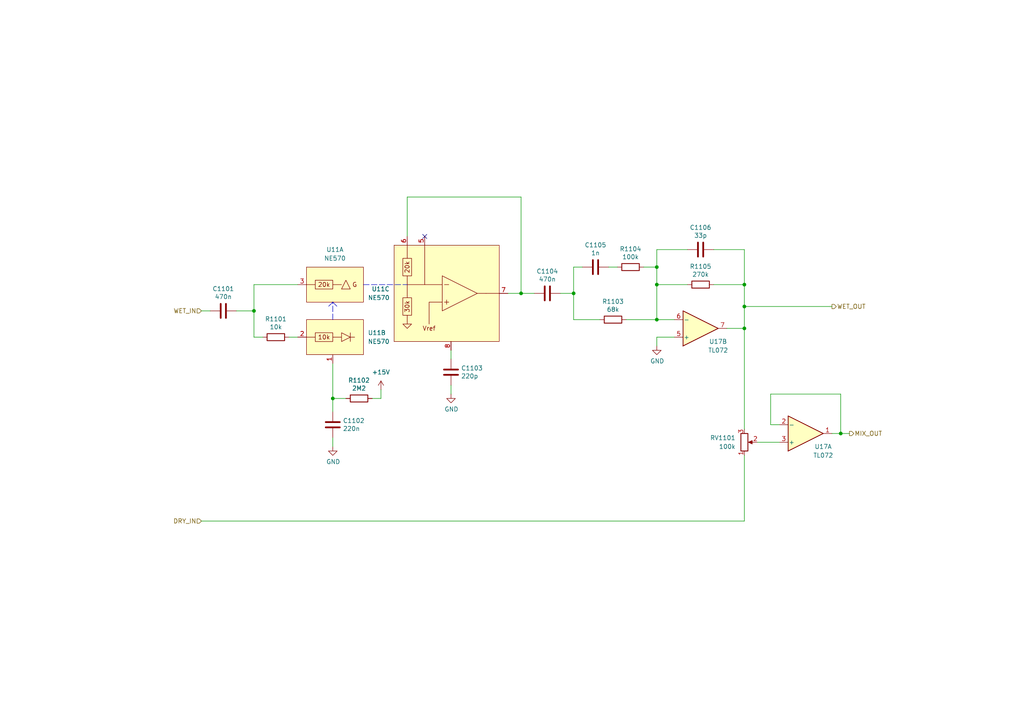
<source format=kicad_sch>
(kicad_sch (version 20211123) (generator eeschema)
  (paper "A4")
  (title_block (title "Josh Ox Ribbon Synth VCF/VCA/BBD board") (date "2023-01-07") (rev "1.0") (comment 1 "creativecommons.org/licenses/by/4.0/") (comment 2 "License: CC by 4.0") (comment 3 "Author: Jordan Aceto"))
  (lib_symbols
    (symbol "Amplifier_Operational:TL072" (pin_names (offset 0.127))
      (property "Reference" "U" (at 0 5.08 0))
      (property "Value" "TL072" (at 0 -5.08 0))
      (symbol "TL072_1_1"
        (polyline (pts (xy -5.08 5.08) (xy 5.08 0) (xy -5.08 -5.08) (xy -5.08 5.08)) (stroke (width 0.254)) (fill (type background)))
        (pin output line (at 7.62 0 180) (length 2.54) (name "~") (number "1"))
        (pin input line (at -7.62 -2.54 0) (length 2.54) (name "-") (number "2"))
        (pin input line (at -7.62 2.54 0) (length 2.54) (name "+") (number "3"))
      )
      (symbol "TL072_2_1"
        (polyline (pts (xy -5.08 5.08) (xy 5.08 0) (xy -5.08 -5.08) (xy -5.08 5.08)) (stroke (width 0.254)) (fill (type background)))
        (pin input line (at -7.62 2.54 0) (length 2.54) (name "+") (number "5"))
        (pin input line (at -7.62 -2.54 0) (length 2.54) (name "-") (number "6"))
        (pin output line (at 7.62 0 180) (length 2.54) (name "~") (number "7"))
      )
      (symbol "TL072_3_1"
        (pin power_in line (at -2.54 -7.62 90) (length 3.81) (name "V-") (number "4"))
        (pin power_in line (at -2.54 7.62 270) (length 3.81) (name "V+") (number "8"))
      )
    )
    (symbol "Device:C" (pin_numbers hide) (pin_names (offset 0.254))
      (property "Reference" "C" (at 0.635 2.54 0))
      (property "Value" "C" (at 0.635 -2.54 0))
      (symbol "C_0_1"
        (polyline (pts (xy -2.032 -0.762) (xy 2.032 -0.762)) (stroke (width 0.508)))
        (polyline (pts (xy -2.032 0.762) (xy 2.032 0.762)) (stroke (width 0.508)))
      )
      (symbol "C_1_1"
        (pin passive line (at 0 3.81 270) (length 2.794) (name "~") (number "1"))
        (pin passive line (at 0 -3.81 90) (length 2.794) (name "~") (number "2"))
      )
    )
    (symbol "Device:R" (pin_numbers hide) (pin_names (offset 0))
      (property "Reference" "R" (at 2.032 0 90))
      (property "Value" "R" (at 0 0 90))
      (symbol "R_0_1"
        (rectangle (start -1.016 -2.54) (end 1.016 2.54) (stroke (width 0.254)))
      )
      (symbol "R_1_1"
        (pin passive line (at 0 3.81 270) (length 1.27) (name "~") (number "1"))
        (pin passive line (at 0 -3.81 90) (length 1.27) (name "~") (number "2"))
      )
    )
    (symbol "Device:R_Potentiometer" (pin_names (offset 1.016) hide)
      (property "Reference" "RV" (at -4.445 0 90))
      (property "Value" "R_Potentiometer" (at -2.54 0 90))
      (symbol "R_Potentiometer_0_1"
        (polyline (pts (xy 2.54 0) (xy 1.524 0)))
        (polyline (pts (xy 1.143 0) (xy 2.286 0.508) (xy 2.286 -0.508) (xy 1.143 0)) (fill (type outline)))
        (rectangle (start 1.016 2.54) (end -1.016 -2.54) (stroke (width 0.254)))
      )
      (symbol "R_Potentiometer_1_1"
        (pin passive line (at 0 3.81 270) (length 1.27) (name "1") (number "1"))
        (pin passive line (at 3.81 0 180) (length 1.27) (name "2") (number "2"))
        (pin passive line (at 0 -3.81 90) (length 1.27) (name "3") (number "3"))
      )
    )
    (symbol "custom_symbols:NE570" (pin_names (offset 1.016))
      (property "Reference" "U10" (at 6.35 8.89 0))
      (property "Value" "NE570" (at 6.35 6.35 0))
      (symbol "NE570_1_0"
        (polyline (pts (xy 0 0) (xy 2.54 0)))
        (text "20k" (at -2.54 0 0) (effects (font (size 1.27 1.27))))
      )
      (symbol "NE570_1_1"
        (rectangle (start -7.62 5.08) (end 8.89 -5.08) (fill (type background)))
        (polyline (pts (xy 2.54 -1.27) (xy 3.81 1.27) (xy 5.08 -1.27) (xy 2.54 -1.27)))
        (polyline (pts (xy -7.62 0) (xy -5.08 0) (xy -5.08 1.27) (xy 0 1.27) (xy 0 -1.27) (xy -5.08 -1.27) (xy -5.08 0)))
        (text "G" (at 6.35 0 0) (effects (font (size 1.27 1.27))))
        (pin input line (at -10.16 0 0) (length 2.54) (name "~") (number "3"))
      )
      (symbol "NE570_2_1"
        (rectangle (start -7.62 5.08) (end 8.89 -5.08) (fill (type background)))
        (polyline (pts (xy 5.08 0) (xy 6.35 0)))
        (polyline (pts (xy 5.08 1.27) (xy 5.08 -1.27)))
        (polyline (pts (xy 0 0) (xy 2.54 0) (xy 2.54 1.27) (xy 5.08 0) (xy 2.54 -1.27) (xy 2.54 0) (xy 2.54 -1.27)))
        (polyline (pts (xy -7.62 0) (xy -5.08 0) (xy -5.08 1.27) (xy -1.27 1.27) (xy 0 1.27) (xy 0 -1.27) (xy -5.08 -1.27) (xy -5.08 0)))
        (text "10k" (at -2.54 0 0) (effects (font (size 1.27 1.27))))
        (pin input line (at 0 -7.62 90) (length 2.54) (name "~") (number "1"))
        (pin input line (at -10.16 0 0) (length 2.54) (name "~") (number "2"))
      )
      (symbol "NE570_3_1"
        (rectangle (start -16.51 -13.97) (end 13.97 13.97) (fill (type background)))
        (polyline (pts (xy -12.7 10.16) (xy -12.7 13.97)))
        (polyline (pts (xy -7.62 2.54) (xy -7.62 13.97)))
        (polyline (pts (xy -1.905 -2.54) (xy -0.635 -2.54)))
        (polyline (pts (xy -1.905 2.54) (xy -0.635 2.54)))
        (polyline (pts (xy -1.27 -3.175) (xy -1.27 -1.905)))
        (polyline (pts (xy 7.62 0) (xy 10.16 0)))
        (polyline (pts (xy 10.16 0) (xy 13.97 0)))
        (polyline (pts (xy -2.54 -2.54) (xy -6.35 -2.54) (xy -6.35 -8.89)))
        (polyline (pts (xy -2.54 5.08) (xy -2.54 -5.08) (xy 7.62 0) (xy -2.54 5.08)))
        (polyline (pts (xy -12.7 -6.35) (xy -12.7 -8.89) (xy -13.97 -8.89) (xy -12.7 -10.16) (xy -11.43 -8.89) (xy -12.7 -8.89)))
        (polyline (pts (xy -12.7 2.54) (xy -12.7 5.08) (xy -13.97 5.08) (xy -13.97 10.16) (xy -11.43 10.16) (xy -11.43 5.08) (xy -12.7 5.08)))
        (polyline (pts (xy -2.54 2.54) (xy -12.7 2.54) (xy -12.7 -1.27) (xy -13.97 -1.27) (xy -13.97 -6.35) (xy -11.43 -6.35) (xy -11.43 -1.27) (xy -12.7 -1.27)))
        (text "20k" (at -12.7 7.62 900) (effects (font (size 1.27 1.27))))
        (text "30k" (at -12.7 -3.81 900) (effects (font (size 1.27 1.27))))
        (text "Vref" (at -6.35 -10.16 0) (effects (font (size 1.27 1.27))))
        (pin input line (at -7.62 16.51 270) (length 2.54) (name "~") (number "5"))
        (pin input line (at -12.7 16.51 270) (length 2.54) (name "~") (number "6"))
        (pin output line (at 16.51 0 180) (length 2.54) (name "~") (number "7"))
        (pin input line (at 0 -16.51 90) (length 2.54) (name "~") (number "8"))
      )
      (symbol "NE570_4_0"
        (polyline (pts (xy -7.62 0) (xy -5.08 0) (xy -5.08 1.27) (xy 0 1.27) (xy 0 -1.27) (xy -5.08 -1.27) (xy -5.08 0)))
      )
      (symbol "NE570_4_1"
        (rectangle (start -7.62 5.08) (end 8.89 -5.08) (fill (type background)))
        (polyline (pts (xy 0 0) (xy 2.54 0)))
        (polyline (pts (xy 2.54 -1.27) (xy 3.81 1.27) (xy 5.08 -1.27) (xy 2.54 -1.27)))
        (polyline (pts (xy -7.62 0) (xy -5.08 0) (xy -5.08 1.27) (xy 0 1.27) (xy 0 -1.27) (xy -5.08 -1.27) (xy -5.08 0)))
        (text "20k" (at -2.54 0 0) (effects (font (size 1.27 1.27))))
        (text "G" (at 6.35 0 0) (effects (font (size 1.27 1.27))))
        (pin input line (at -10.16 0 0) (length 2.54) (name "~") (number "14"))
      )
      (symbol "NE570_5_1"
        (rectangle (start -7.62 5.08) (end 8.89 -5.08) (fill (type background)))
        (polyline (pts (xy 5.08 0) (xy 6.35 0)))
        (polyline (pts (xy 5.08 1.27) (xy 5.08 -1.27)))
        (polyline (pts (xy 0 0) (xy 2.54 0) (xy 2.54 1.27) (xy 5.08 0) (xy 2.54 -1.27) (xy 2.54 0) (xy 2.54 -1.27)))
        (polyline (pts (xy -7.62 0) (xy -5.08 0) (xy -5.08 1.27) (xy -1.27 1.27) (xy 0 1.27) (xy 0 -1.27) (xy -5.08 -1.27) (xy -5.08 0)))
        (text "10k" (at -2.54 0 0) (effects (font (size 1.27 1.27))))
        (pin input line (at -10.16 0 0) (length 2.54) (name "~") (number "15"))
        (pin input line (at 0 -7.62 90) (length 2.54) (name "~") (number "16"))
      )
      (symbol "NE570_6_1"
        (rectangle (start -16.51 -13.97) (end 13.97 13.97) (fill (type background)))
        (polyline (pts (xy -12.7 10.16) (xy -12.7 13.97)))
        (polyline (pts (xy -7.62 2.54) (xy -7.62 13.97)))
        (polyline (pts (xy -1.905 -2.54) (xy -0.635 -2.54)))
        (polyline (pts (xy -1.905 2.54) (xy -0.635 2.54)))
        (polyline (pts (xy -1.27 -3.175) (xy -1.27 -1.905)))
        (polyline (pts (xy 7.62 0) (xy 13.97 0)))
        (polyline (pts (xy -2.54 -2.54) (xy -6.35 -2.54) (xy -6.35 -8.89)))
        (polyline (pts (xy -2.54 5.08) (xy -2.54 -5.08) (xy 7.62 0) (xy -2.54 5.08)))
        (polyline (pts (xy -12.7 -6.35) (xy -12.7 -8.89) (xy -13.97 -8.89) (xy -12.7 -10.16) (xy -11.43 -8.89) (xy -12.7 -8.89)))
        (polyline (pts (xy -12.7 2.54) (xy -12.7 5.08) (xy -13.97 5.08) (xy -13.97 10.16) (xy -11.43 10.16) (xy -11.43 5.08) (xy -12.7 5.08)))
        (polyline (pts (xy -2.54 2.54) (xy -12.7 2.54) (xy -12.7 -1.27) (xy -13.97 -1.27) (xy -13.97 -6.35) (xy -11.43 -6.35) (xy -11.43 -1.27) (xy -12.7 -1.27)))
        (text "20k" (at -12.7 7.62 900) (effects (font (size 1.27 1.27))))
        (text "30k" (at -12.7 -3.81 900) (effects (font (size 1.27 1.27))))
        (text "Vref" (at -6.35 -10.16 0) (effects (font (size 1.27 1.27))))
        (pin output line (at 16.51 0 180) (length 2.54) (name "~") (number "10"))
        (pin input line (at -12.7 16.51 270) (length 2.54) (name "~") (number "11"))
        (pin input line (at -7.62 16.51 270) (length 2.54) (name "~") (number "12"))
        (pin input line (at 0 -16.51 90) (length 2.54) (name "~") (number "9"))
      )
      (symbol "NE570_7_1"
        (pin power_in line (at 0 7.62 270) (length 2.54) (name "Vcc") (number "13"))
        (pin power_in line (at 0 -7.62 90) (length 2.54) (name "gnd") (number "4"))
      )
    )
    (symbol "power:+15V" (power) (pin_names (offset 0))
      (property "Value" "+15V" (at 0 3.556 0))
      (symbol "+15V_0_1"
        (polyline (pts (xy -0.762 1.27) (xy 0 2.54)))
        (polyline (pts (xy 0 0) (xy 0 2.54)))
        (polyline (pts (xy 0 2.54) (xy 0.762 1.27)))
      )
      (symbol "+15V_1_1"
        (pin power_in line (at 0 0 90) (length 0) hide (name "+15V") (number "1"))
      )
    )
    (symbol "power:GND" (power) (pin_names (offset 0))
      (property "Value" "GND" (at 0 -3.81 0))
      (symbol "GND_0_1"
        (polyline (pts (xy 0 0) (xy 0 -1.27) (xy 1.27 -1.27) (xy 0 -2.54) (xy -1.27 -1.27) (xy 0 -1.27)))
      )
      (symbol "GND_1_1"
        (pin power_in line (at 0 0 270) (length 0) hide (name "GND") (number "1"))
      )
    )
  )
  (junction (at 190.5 82.55))
  (junction (at 73.66 90.17))
  (junction (at 190.5 77.47))
  (junction (at 166.37 85.09))
  (junction (at 151.13 85.09))
  (junction (at 96.52 115.57))
  (junction (at 243.84 125.73))
  (junction (at 215.9 88.9))
  (junction (at 190.5 92.71))
  (junction (at 215.9 95.25))
  (junction (at 215.9 82.55))
  (no_connect (at 123.19 68.58))
  (wire (pts (xy 73.66 90.17) (xy 73.66 82.55)))
  (wire (pts (xy 243.84 114.3) (xy 223.52 114.3)))
  (wire (pts (xy 58.42 90.17) (xy 60.96 90.17)))
  (wire (pts (xy 118.11 57.15) (xy 151.13 57.15)))
  (polyline (pts (xy 96.52 92.71) (xy 96.52 87.63)))
  (wire (pts (xy 215.9 72.39) (xy 215.9 82.55)))
  (wire (pts (xy 199.39 72.39) (xy 190.5 72.39)))
  (wire (pts (xy 118.11 57.15) (xy 118.11 68.58)))
  (wire (pts (xy 73.66 82.55) (xy 86.36 82.55)))
  (wire (pts (xy 190.5 97.79) (xy 195.58 97.79)))
  (wire (pts (xy 215.9 151.13) (xy 215.9 132.08)))
  (wire (pts (xy 190.5 77.47) (xy 190.5 82.55)))
  (wire (pts (xy 210.82 95.25) (xy 215.9 95.25)))
  (wire (pts (xy 96.52 115.57) (xy 96.52 105.41)))
  (wire (pts (xy 241.3 125.73) (xy 243.84 125.73)))
  (wire (pts (xy 190.5 92.71) (xy 190.5 82.55)))
  (wire (pts (xy 162.56 85.09) (xy 166.37 85.09)))
  (wire (pts (xy 58.42 151.13) (xy 215.9 151.13)))
  (wire (pts (xy 215.9 88.9) (xy 241.3 88.9)))
  (wire (pts (xy 83.82 97.79) (xy 86.36 97.79)))
  (wire (pts (xy 223.52 123.19) (xy 226.06 123.19)))
  (polyline (pts (xy 96.52 87.63) (xy 95.25 88.9)))
  (wire (pts (xy 215.9 95.25) (xy 215.9 124.46)))
  (wire (pts (xy 207.01 72.39) (xy 215.9 72.39)))
  (wire (pts (xy 96.52 127) (xy 96.52 129.54)))
  (polyline (pts (xy 96.52 87.63) (xy 97.79 88.9)))
  (wire (pts (xy 186.69 77.47) (xy 190.5 77.47)))
  (wire (pts (xy 215.9 95.25) (xy 215.9 88.9)))
  (wire (pts (xy 151.13 85.09) (xy 151.13 57.15)))
  (wire (pts (xy 215.9 82.55) (xy 207.01 82.55)))
  (wire (pts (xy 151.13 85.09) (xy 154.94 85.09)))
  (wire (pts (xy 181.61 92.71) (xy 190.5 92.71)))
  (wire (pts (xy 110.49 115.57) (xy 107.95 115.57)))
  (wire (pts (xy 130.81 111.76) (xy 130.81 114.3)))
  (wire (pts (xy 100.33 115.57) (xy 96.52 115.57)))
  (wire (pts (xy 130.81 104.14) (xy 130.81 101.6)))
  (wire (pts (xy 110.49 113.03) (xy 110.49 115.57)))
  (wire (pts (xy 147.32 85.09) (xy 151.13 85.09)))
  (wire (pts (xy 223.52 114.3) (xy 223.52 123.19)))
  (polyline (pts (xy 105.41 82.55) (xy 118.11 82.55)))
  (wire (pts (xy 68.58 90.17) (xy 73.66 90.17)))
  (wire (pts (xy 246.38 125.73) (xy 243.84 125.73)))
  (wire (pts (xy 195.58 92.71) (xy 190.5 92.71)))
  (wire (pts (xy 166.37 77.47) (xy 168.91 77.47)))
  (wire (pts (xy 219.71 128.27) (xy 226.06 128.27)))
  (wire (pts (xy 166.37 77.47) (xy 166.37 85.09)))
  (wire (pts (xy 190.5 97.79) (xy 190.5 100.33)))
  (wire (pts (xy 176.53 77.47) (xy 179.07 77.47)))
  (wire (pts (xy 243.84 125.73) (xy 243.84 114.3)))
  (wire (pts (xy 190.5 82.55) (xy 199.39 82.55)))
  (wire (pts (xy 190.5 72.39) (xy 190.5 77.47)))
  (wire (pts (xy 166.37 85.09) (xy 166.37 92.71)))
  (wire (pts (xy 173.99 92.71) (xy 166.37 92.71)))
  (wire (pts (xy 96.52 119.38) (xy 96.52 115.57)))
  (wire (pts (xy 215.9 88.9) (xy 215.9 82.55)))
  (wire (pts (xy 73.66 97.79) (xy 73.66 90.17)))
  (wire (pts (xy 76.2 97.79) (xy 73.66 97.79)))
  (hierarchical_label "WET_IN" (shape input) (at 58.42 90.17 180))
  (hierarchical_label "MIX_OUT" (shape output) (at 246.38 125.73 0))
  (hierarchical_label "DRY_IN" (shape input) (at 58.42 151.13 180))
  (hierarchical_label "WET_OUT" (shape output) (at 241.3 88.9 0))
  (symbol (lib_id "Device:C") (at 203.2 72.39 270) (unit 1)
    (property "Reference" "C1106" (at 203.2 65.9892 90))
    (property "Value" "33p" (at 203.2 68.3006 90))
    (property "Footprint" "Capacitor_SMD:C_0805_2012Metric" (effects hide))
  )
  (symbol (lib_id "power:GND") (at 96.52 129.54 0) (unit 1)
    (property "Reference" "#PWR01101" (effects hide))
    (property "Value" "GND" (at 96.647 133.9342 0))
  )
  (symbol (lib_id "Device:C") (at 130.81 107.95 0) (unit 1)
    (property "Reference" "C1103" (at 133.731 106.7816 0) (effects (justify left)))
    (property "Value" "220p" (at 133.731 109.093 0) (effects (justify left)))
    (property "Footprint" "Capacitor_SMD:C_0805_2012Metric" (effects hide))
  )
  (symbol (lib_id "Device:R") (at 177.8 92.71 270) (unit 1)
    (property "Reference" "R1103" (at 177.8 87.4522 90))
    (property "Value" "68k" (at 177.8 89.7636 90))
    (property "Footprint" "Resistor_SMD:R_0805_2012Metric" (effects hide))
  )
  (symbol (lib_id "Amplifier_Operational:TL072") (at 203.2 95.25 0) (mirror x) (unit 2)
    (property "Reference" "U17" (at 208.28 99.06 0))
    (property "Value" "TL072" (at 208.28 101.6 0))
    (property "Footprint" "Package_SO:SOIC-8_3.9x4.9mm_P1.27mm" (effects hide))
    (property "Datasheet" "http://www.ti.com/lit/ds/symlink/tl071.pdf" (effects hide))
  )
  (symbol (lib_id "Device:R") (at 203.2 82.55 270) (unit 1)
    (property "Reference" "R1105" (at 203.2 77.2922 90))
    (property "Value" "270k" (at 203.2 79.6036 90))
    (property "Footprint" "Resistor_SMD:R_0805_2012Metric" (effects hide))
  )
  (symbol (lib_id "Device:R") (at 80.01 97.79 270) (unit 1)
    (property "Reference" "R1101" (at 80.01 92.5322 90))
    (property "Value" "10k" (at 80.01 94.8436 90))
    (property "Footprint" "Resistor_SMD:R_0805_2012Metric" (effects hide))
  )
  (symbol (lib_id "Device:R_Potentiometer") (at 215.9 128.27 0) (mirror x) (unit 1)
    (property "Reference" "RV1101" (at 213.36 126.9999 0) (effects (justify right)))
    (property "Value" "100k" (at 213.36 129.5399 0) (effects (justify right)))
    (property "Footprint" "Potentiometer_THT:Potentiometer_Alpha_RD901F-40-00D_Single_Vertical" (effects hide))
  )
  (symbol (lib_id "Device:C") (at 158.75 85.09 270) (unit 1)
    (property "Reference" "C1104" (at 158.75 78.6892 90))
    (property "Value" "470n" (at 158.75 81.0006 90))
    (property "Footprint" "Capacitor_THT:C_Rect_L7.0mm_W3.5mm_P5.00mm" (effects hide))
  )
  (symbol (lib_id "Device:R") (at 104.14 115.57 270) (unit 1)
    (property "Reference" "R1102" (at 104.14 110.3122 90))
    (property "Value" "2M2" (at 104.14 112.6236 90))
    (property "Footprint" "Resistor_SMD:R_0805_2012Metric" (effects hide))
  )
  (symbol (lib_id "custom_symbols:NE570") (at 96.52 82.55 0) (unit 1)
    (property "Reference" "U11" (at 97.155 72.39 0))
    (property "Value" "NE570" (at 97.155 74.93 0))
    (property "Footprint" "Package_DIP:DIP-16_W7.62mm_Socket" (effects hide))
  )
  (symbol (lib_id "power:GND") (at 130.81 114.3 0) (unit 1)
    (property "Reference" "#PWR01103" (effects hide))
    (property "Value" "GND" (at 130.937 118.6942 0))
  )
  (symbol (lib_id "custom_symbols:NE570") (at 96.52 97.79 0) (unit 2)
    (property "Reference" "U11" (at 106.68 96.5199 0) (effects (justify left)))
    (property "Value" "NE570" (at 106.68 99.0599 0) (effects (justify left)))
    (property "Footprint" "Package_DIP:DIP-16_W7.62mm_Socket" (effects hide))
  )
  (symbol (lib_id "power:+15V") (at 110.49 113.03 0) (unit 1)
    (property "Reference" "#PWR01102" (effects hide))
    (property "Value" "+15V" (at 110.49 107.95 0))
  )
  (symbol (lib_id "Amplifier_Operational:TL072") (at 233.68 125.73 0) (mirror x) (unit 1)
    (property "Reference" "U17" (at 238.76 129.54 0))
    (property "Value" "TL072" (at 238.76 132.08 0))
    (property "Footprint" "Package_SO:SOIC-8_3.9x4.9mm_P1.27mm" (effects hide))
    (property "Datasheet" "http://www.ti.com/lit/ds/symlink/tl071.pdf" (effects hide))
  )
  (symbol (lib_id "Device:C") (at 64.77 90.17 270) (unit 1)
    (property "Reference" "C1101" (at 64.77 83.7692 90))
    (property "Value" "470n" (at 64.77 86.0806 90))
    (property "Footprint" "Capacitor_THT:C_Rect_L7.0mm_W3.5mm_P5.00mm" (effects hide))
  )
  (symbol (lib_id "power:GND") (at 190.5 100.33 0) (unit 1)
    (property "Reference" "#PWR01104" (effects hide))
    (property "Value" "GND" (at 190.627 104.7242 0))
  )
  (symbol (lib_id "Device:C") (at 96.52 123.19 0) (unit 1)
    (property "Reference" "C1102" (at 99.441 122.0216 0) (effects (justify left)))
    (property "Value" "220n" (at 99.441 124.333 0) (effects (justify left)))
    (property "Footprint" "Capacitor_SMD:C_0805_2012Metric" (effects hide))
  )
  (symbol (lib_id "Device:R") (at 182.88 77.47 270) (unit 1)
    (property "Reference" "R1104" (at 182.88 72.2122 90))
    (property "Value" "100k" (at 182.88 74.5236 90))
    (property "Footprint" "Resistor_SMD:R_0805_2012Metric" (effects hide))
  )
  (symbol (lib_id "Device:C") (at 172.72 77.47 270) (unit 1)
    (property "Reference" "C1105" (at 172.72 71.0692 90))
    (property "Value" "1n" (at 172.72 73.3806 90))
    (property "Footprint" "Capacitor_SMD:C_0805_2012Metric" (effects hide))
  )
  (symbol (lib_id "custom_symbols:NE570") (at 130.81 85.09 0) (unit 3)
    (property "Reference" "U11" (at 113.03 83.8199 0) (effects (justify right)))
    (property "Value" "NE570" (at 113.03 86.3599 0) (effects (justify right)))
    (property "Footprint" "Package_DIP:DIP-16_W7.62mm_Socket" (effects hide))
  )
)
</source>
